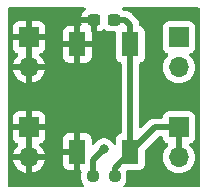
<source format=gtl>
%TF.GenerationSoftware,KiCad,Pcbnew,7.0.9*%
%TF.CreationDate,2023-11-30T13:54:46-08:00*%
%TF.ProjectId,Button-Board,42757474-6f6e-42d4-926f-6172642e6b69,rev?*%
%TF.SameCoordinates,Original*%
%TF.FileFunction,Copper,L1,Top*%
%TF.FilePolarity,Positive*%
%FSLAX46Y46*%
G04 Gerber Fmt 4.6, Leading zero omitted, Abs format (unit mm)*
G04 Created by KiCad (PCBNEW 7.0.9) date 2023-11-30 13:54:46*
%MOMM*%
%LPD*%
G01*
G04 APERTURE LIST*
G04 Aperture macros list*
%AMRoundRect*
0 Rectangle with rounded corners*
0 $1 Rounding radius*
0 $2 $3 $4 $5 $6 $7 $8 $9 X,Y pos of 4 corners*
0 Add a 4 corners polygon primitive as box body*
4,1,4,$2,$3,$4,$5,$6,$7,$8,$9,$2,$3,0*
0 Add four circle primitives for the rounded corners*
1,1,$1+$1,$2,$3*
1,1,$1+$1,$4,$5*
1,1,$1+$1,$6,$7*
1,1,$1+$1,$8,$9*
0 Add four rect primitives between the rounded corners*
20,1,$1+$1,$2,$3,$4,$5,0*
20,1,$1+$1,$4,$5,$6,$7,0*
20,1,$1+$1,$6,$7,$8,$9,0*
20,1,$1+$1,$8,$9,$2,$3,0*%
G04 Aperture macros list end*
%TA.AperFunction,SMDPad,CuDef*%
%ADD10R,1.400000X2.100000*%
%TD*%
%TA.AperFunction,SMDPad,CuDef*%
%ADD11RoundRect,0.237500X-0.250000X-0.237500X0.250000X-0.237500X0.250000X0.237500X-0.250000X0.237500X0*%
%TD*%
%TA.AperFunction,SMDPad,CuDef*%
%ADD12RoundRect,0.237500X0.300000X0.237500X-0.300000X0.237500X-0.300000X-0.237500X0.300000X-0.237500X0*%
%TD*%
%TA.AperFunction,ComponentPad*%
%ADD13R,1.700000X1.700000*%
%TD*%
%TA.AperFunction,ComponentPad*%
%ADD14O,1.700000X1.700000*%
%TD*%
%TA.AperFunction,ViaPad*%
%ADD15C,0.800000*%
%TD*%
%TA.AperFunction,Conductor*%
%ADD16C,0.500000*%
%TD*%
G04 APERTURE END LIST*
D10*
%TO.P,SW1,1*%
%TO.N,GND*%
X80300000Y-60479000D03*
X80300000Y-51379000D03*
%TO.P,SW1,2*%
%TO.N,/OUT*%
X84800000Y-60479000D03*
X84800000Y-51379000D03*
%TD*%
D11*
%TO.P,R1,1*%
%TO.N,VCC*%
X81637500Y-62533000D03*
%TO.P,R1,2*%
%TO.N,/OUT*%
X83462500Y-62533000D03*
%TD*%
D12*
%TO.P,C1,1*%
%TO.N,/OUT*%
X83412500Y-49325000D03*
%TO.P,C1,2*%
%TO.N,GND*%
X81687500Y-49325000D03*
%TD*%
D13*
%TO.P,J2,1,Pin_1*%
%TO.N,VCC*%
X88900000Y-50800000D03*
D14*
%TO.P,J2,2,Pin_2*%
X88900000Y-53340000D03*
%TD*%
D13*
%TO.P,J3,1,Pin_1*%
%TO.N,GND*%
X76200000Y-58420000D03*
D14*
%TO.P,J3,2,Pin_2*%
X76200000Y-60960000D03*
%TD*%
D13*
%TO.P,J4,1,Pin_1*%
%TO.N,/OUT*%
X88900000Y-58420000D03*
D14*
%TO.P,J4,2,Pin_2*%
X88900000Y-60960000D03*
%TD*%
D13*
%TO.P,J1,1,Pin_1*%
%TO.N,GND*%
X76200000Y-50800000D03*
D14*
%TO.P,J1,2,Pin_2*%
X76200000Y-53340000D03*
%TD*%
D15*
%TO.N,GND*%
X87630000Y-55880000D03*
X88900000Y-55880000D03*
X86360000Y-62230000D03*
X86106000Y-49276000D03*
%TO.N,VCC*%
X82550000Y-60247000D03*
%TD*%
D16*
%TO.N,/OUT*%
X84377000Y-49325000D02*
X83412500Y-49325000D01*
X84800000Y-49748000D02*
X84377000Y-49325000D01*
X83462500Y-62533000D02*
X83462500Y-61816500D01*
X83462500Y-61816500D02*
X84800000Y-60479000D01*
X84800000Y-51379000D02*
X84800000Y-49748000D01*
X84800000Y-51379000D02*
X84800000Y-60479000D01*
X88900000Y-60960000D02*
X88900000Y-58420000D01*
X84800000Y-60479000D02*
X86859000Y-58420000D01*
X86859000Y-58420000D02*
X88900000Y-58420000D01*
%TO.N,GND*%
X76200000Y-50800000D02*
X76200000Y-53340000D01*
X76200000Y-58420000D02*
X76200000Y-60960000D01*
X80278000Y-51357000D02*
X80300000Y-51379000D01*
X76200000Y-53340000D02*
X76200000Y-58420000D01*
X81687500Y-49325000D02*
X80541000Y-49325000D01*
X80300000Y-49566000D02*
X80300000Y-51379000D01*
X80541000Y-49325000D02*
X80300000Y-49566000D01*
%TO.N,VCC*%
X81637500Y-62533000D02*
X81637500Y-61159500D01*
X81637500Y-61159500D02*
X82550000Y-60247000D01*
%TD*%
%TA.AperFunction,Conductor*%
%TO.N,GND*%
G36*
X76450000Y-60524498D02*
G01*
X76342315Y-60475320D01*
X76235763Y-60460000D01*
X76164237Y-60460000D01*
X76057685Y-60475320D01*
X75950000Y-60524498D01*
X75950000Y-58855501D01*
X76057685Y-58904680D01*
X76164237Y-58920000D01*
X76235763Y-58920000D01*
X76342315Y-58904680D01*
X76450000Y-58855501D01*
X76450000Y-60524498D01*
G37*
%TD.AperFunction*%
%TA.AperFunction,Conductor*%
G36*
X76450000Y-52904498D02*
G01*
X76342315Y-52855320D01*
X76235763Y-52840000D01*
X76164237Y-52840000D01*
X76057685Y-52855320D01*
X75950000Y-52904498D01*
X75950000Y-51235501D01*
X76057685Y-51284680D01*
X76164237Y-51300000D01*
X76235763Y-51300000D01*
X76342315Y-51284680D01*
X76450000Y-51235501D01*
X76450000Y-52904498D01*
G37*
%TD.AperFunction*%
%TA.AperFunction,Conductor*%
G36*
X80953249Y-48280185D02*
G01*
X80999004Y-48332989D01*
X81008948Y-48402147D01*
X80979923Y-48465703D01*
X80951308Y-48490038D01*
X80926962Y-48505054D01*
X80805055Y-48626961D01*
X80805052Y-48626965D01*
X80714551Y-48773688D01*
X80714546Y-48773699D01*
X80660319Y-48937347D01*
X80650000Y-49038345D01*
X80650000Y-49075000D01*
X81813500Y-49075000D01*
X81880539Y-49094685D01*
X81926294Y-49147489D01*
X81937500Y-49199000D01*
X81937500Y-50299999D01*
X82036640Y-50299999D01*
X82036654Y-50299998D01*
X82137652Y-50289680D01*
X82301300Y-50235453D01*
X82301311Y-50235448D01*
X82448035Y-50144947D01*
X82461960Y-50131021D01*
X82523282Y-50097533D01*
X82592973Y-50102514D01*
X82637327Y-50131017D01*
X82651650Y-50145340D01*
X82798484Y-50235908D01*
X82962247Y-50290174D01*
X83063323Y-50300500D01*
X83475500Y-50300499D01*
X83542539Y-50320183D01*
X83588294Y-50372987D01*
X83599500Y-50424499D01*
X83599500Y-52476870D01*
X83599501Y-52476876D01*
X83605908Y-52536483D01*
X83656202Y-52671328D01*
X83656206Y-52671335D01*
X83742452Y-52786544D01*
X83742455Y-52786547D01*
X83857664Y-52872793D01*
X83857673Y-52872798D01*
X83968832Y-52914257D01*
X84024766Y-52956127D01*
X84049184Y-53021592D01*
X84049500Y-53030439D01*
X84049500Y-58827560D01*
X84029815Y-58894599D01*
X83977011Y-58940354D01*
X83968833Y-58943742D01*
X83857671Y-58985202D01*
X83857664Y-58985206D01*
X83742455Y-59071452D01*
X83742452Y-59071455D01*
X83656206Y-59186664D01*
X83656202Y-59186671D01*
X83605908Y-59321517D01*
X83599501Y-59381116D01*
X83599500Y-59381135D01*
X83599500Y-59801013D01*
X83579815Y-59868052D01*
X83527011Y-59913807D01*
X83457853Y-59923751D01*
X83394297Y-59894726D01*
X83368113Y-59863013D01*
X83332317Y-59801013D01*
X83282533Y-59714784D01*
X83155871Y-59574112D01*
X83155870Y-59574111D01*
X83002734Y-59462851D01*
X83002729Y-59462848D01*
X82829807Y-59385857D01*
X82829802Y-59385855D01*
X82684001Y-59354865D01*
X82644646Y-59346500D01*
X82455354Y-59346500D01*
X82422897Y-59353398D01*
X82270197Y-59385855D01*
X82270192Y-59385857D01*
X82097270Y-59462848D01*
X82097265Y-59462851D01*
X81944129Y-59574111D01*
X81817466Y-59714785D01*
X81731387Y-59863879D01*
X81680820Y-59912094D01*
X81612213Y-59925318D01*
X81547348Y-59899350D01*
X81506820Y-59842436D01*
X81500000Y-59801879D01*
X81500000Y-59381172D01*
X81499999Y-59381155D01*
X81493598Y-59321627D01*
X81493596Y-59321620D01*
X81443354Y-59186913D01*
X81443350Y-59186906D01*
X81357190Y-59071812D01*
X81357187Y-59071809D01*
X81242093Y-58985649D01*
X81242086Y-58985645D01*
X81107379Y-58935403D01*
X81107372Y-58935401D01*
X81047844Y-58929000D01*
X80550000Y-58929000D01*
X80550000Y-62029000D01*
X80556489Y-62035489D01*
X80601427Y-62048685D01*
X80647182Y-62101489D01*
X80657746Y-62165602D01*
X80649500Y-62246313D01*
X80649500Y-62819669D01*
X80649501Y-62819687D01*
X80659825Y-62920752D01*
X80714092Y-63084515D01*
X80714093Y-63084518D01*
X80804661Y-63231351D01*
X80861129Y-63287819D01*
X80894614Y-63349142D01*
X80889630Y-63418834D01*
X80847758Y-63474767D01*
X80782294Y-63499184D01*
X80773448Y-63499500D01*
X74546500Y-63499500D01*
X74479461Y-63479815D01*
X74433706Y-63427011D01*
X74422500Y-63375500D01*
X74422500Y-59317844D01*
X74850000Y-59317844D01*
X74856401Y-59377372D01*
X74856403Y-59377379D01*
X74906645Y-59512086D01*
X74906649Y-59512093D01*
X74992809Y-59627187D01*
X74992812Y-59627190D01*
X75107906Y-59713350D01*
X75107913Y-59713354D01*
X75239986Y-59762614D01*
X75295920Y-59804485D01*
X75320337Y-59869949D01*
X75305486Y-59938222D01*
X75284335Y-59966477D01*
X75161886Y-60088926D01*
X75026400Y-60282420D01*
X75026399Y-60282422D01*
X74926570Y-60496507D01*
X74926567Y-60496513D01*
X74869364Y-60709999D01*
X74869364Y-60710000D01*
X75766314Y-60710000D01*
X75740507Y-60750156D01*
X75700000Y-60888111D01*
X75700000Y-61031889D01*
X75740507Y-61169844D01*
X75766314Y-61210000D01*
X74869364Y-61210000D01*
X74926567Y-61423486D01*
X74926570Y-61423492D01*
X75026399Y-61637578D01*
X75161894Y-61831082D01*
X75328917Y-61998105D01*
X75522421Y-62133600D01*
X75736507Y-62233429D01*
X75736516Y-62233433D01*
X75950000Y-62290634D01*
X75950000Y-61395501D01*
X76057685Y-61444680D01*
X76164237Y-61460000D01*
X76235763Y-61460000D01*
X76342315Y-61444680D01*
X76450000Y-61395501D01*
X76450000Y-62290633D01*
X76663483Y-62233433D01*
X76663492Y-62233429D01*
X76877578Y-62133600D01*
X77071082Y-61998105D01*
X77238105Y-61831082D01*
X77373600Y-61637578D01*
X77473429Y-61423492D01*
X77473432Y-61423486D01*
X77530636Y-61210000D01*
X76633686Y-61210000D01*
X76659493Y-61169844D01*
X76700000Y-61031889D01*
X76700000Y-60888111D01*
X76659493Y-60750156D01*
X76645897Y-60729000D01*
X79100000Y-60729000D01*
X79100000Y-61576844D01*
X79106401Y-61636372D01*
X79106403Y-61636379D01*
X79156645Y-61771086D01*
X79156649Y-61771093D01*
X79242809Y-61886187D01*
X79242812Y-61886190D01*
X79357906Y-61972350D01*
X79357913Y-61972354D01*
X79492620Y-62022596D01*
X79492627Y-62022598D01*
X79552155Y-62028999D01*
X79552172Y-62029000D01*
X80050000Y-62029000D01*
X80050000Y-60729000D01*
X79100000Y-60729000D01*
X76645897Y-60729000D01*
X76633686Y-60710000D01*
X77530636Y-60710000D01*
X77530635Y-60709999D01*
X77473432Y-60496513D01*
X77473429Y-60496507D01*
X77373600Y-60282422D01*
X77373599Y-60282420D01*
X77336194Y-60229000D01*
X79100000Y-60229000D01*
X80050000Y-60229000D01*
X80050000Y-58929000D01*
X79552155Y-58929000D01*
X79492627Y-58935401D01*
X79492620Y-58935403D01*
X79357913Y-58985645D01*
X79357906Y-58985649D01*
X79242812Y-59071809D01*
X79242809Y-59071812D01*
X79156649Y-59186906D01*
X79156645Y-59186913D01*
X79106403Y-59321620D01*
X79106401Y-59321627D01*
X79100000Y-59381155D01*
X79100000Y-60229000D01*
X77336194Y-60229000D01*
X77238113Y-60088926D01*
X77238108Y-60088920D01*
X77115665Y-59966477D01*
X77082180Y-59905154D01*
X77087164Y-59835462D01*
X77129036Y-59779529D01*
X77160013Y-59762614D01*
X77292086Y-59713354D01*
X77292093Y-59713350D01*
X77407187Y-59627190D01*
X77407190Y-59627187D01*
X77493350Y-59512093D01*
X77493354Y-59512086D01*
X77543596Y-59377379D01*
X77543598Y-59377372D01*
X77549999Y-59317844D01*
X77550000Y-59317827D01*
X77550000Y-58670000D01*
X76633686Y-58670000D01*
X76659493Y-58629844D01*
X76700000Y-58491889D01*
X76700000Y-58348111D01*
X76659493Y-58210156D01*
X76633686Y-58170000D01*
X77550000Y-58170000D01*
X77550000Y-57522172D01*
X77549999Y-57522155D01*
X77543598Y-57462627D01*
X77543596Y-57462620D01*
X77493354Y-57327913D01*
X77493350Y-57327906D01*
X77407190Y-57212812D01*
X77407187Y-57212809D01*
X77292093Y-57126649D01*
X77292086Y-57126645D01*
X77157379Y-57076403D01*
X77157372Y-57076401D01*
X77097844Y-57070000D01*
X76450000Y-57070000D01*
X76450000Y-57984498D01*
X76342315Y-57935320D01*
X76235763Y-57920000D01*
X76164237Y-57920000D01*
X76057685Y-57935320D01*
X75950000Y-57984498D01*
X75950000Y-57070000D01*
X75302155Y-57070000D01*
X75242627Y-57076401D01*
X75242620Y-57076403D01*
X75107913Y-57126645D01*
X75107906Y-57126649D01*
X74992812Y-57212809D01*
X74992809Y-57212812D01*
X74906649Y-57327906D01*
X74906645Y-57327913D01*
X74856403Y-57462620D01*
X74856401Y-57462627D01*
X74850000Y-57522155D01*
X74850000Y-58170000D01*
X75766314Y-58170000D01*
X75740507Y-58210156D01*
X75700000Y-58348111D01*
X75700000Y-58491889D01*
X75740507Y-58629844D01*
X75766314Y-58670000D01*
X74850000Y-58670000D01*
X74850000Y-59317844D01*
X74422500Y-59317844D01*
X74422500Y-51697844D01*
X74850000Y-51697844D01*
X74856401Y-51757372D01*
X74856403Y-51757379D01*
X74906645Y-51892086D01*
X74906649Y-51892093D01*
X74992809Y-52007187D01*
X74992812Y-52007190D01*
X75107906Y-52093350D01*
X75107913Y-52093354D01*
X75239986Y-52142614D01*
X75295920Y-52184485D01*
X75320337Y-52249949D01*
X75305486Y-52318222D01*
X75284335Y-52346477D01*
X75161886Y-52468926D01*
X75026400Y-52662420D01*
X75026399Y-52662422D01*
X74926570Y-52876507D01*
X74926567Y-52876513D01*
X74869364Y-53089999D01*
X74869364Y-53090000D01*
X75766314Y-53090000D01*
X75740507Y-53130156D01*
X75700000Y-53268111D01*
X75700000Y-53411889D01*
X75740507Y-53549844D01*
X75766314Y-53590000D01*
X74869364Y-53590000D01*
X74926567Y-53803486D01*
X74926570Y-53803492D01*
X75026399Y-54017578D01*
X75161894Y-54211082D01*
X75328917Y-54378105D01*
X75522421Y-54513600D01*
X75736507Y-54613429D01*
X75736516Y-54613433D01*
X75950000Y-54670634D01*
X75950000Y-53775501D01*
X76057685Y-53824680D01*
X76164237Y-53840000D01*
X76235763Y-53840000D01*
X76342315Y-53824680D01*
X76450000Y-53775501D01*
X76450000Y-54670633D01*
X76663483Y-54613433D01*
X76663492Y-54613429D01*
X76877578Y-54513600D01*
X77071082Y-54378105D01*
X77238105Y-54211082D01*
X77373600Y-54017578D01*
X77473429Y-53803492D01*
X77473432Y-53803486D01*
X77530636Y-53590000D01*
X76633686Y-53590000D01*
X76659493Y-53549844D01*
X76700000Y-53411889D01*
X76700000Y-53268111D01*
X76659493Y-53130156D01*
X76633686Y-53090000D01*
X77530636Y-53090000D01*
X77530635Y-53089999D01*
X77473432Y-52876513D01*
X77473429Y-52876507D01*
X77373600Y-52662422D01*
X77373599Y-52662420D01*
X77238113Y-52468926D01*
X77238108Y-52468920D01*
X77115665Y-52346477D01*
X77082180Y-52285154D01*
X77087164Y-52215462D01*
X77129036Y-52159529D01*
X77160013Y-52142614D01*
X77292086Y-52093354D01*
X77292093Y-52093350D01*
X77407187Y-52007190D01*
X77407190Y-52007187D01*
X77493350Y-51892093D01*
X77493354Y-51892086D01*
X77543596Y-51757379D01*
X77543598Y-51757372D01*
X77549999Y-51697844D01*
X77550000Y-51697827D01*
X77550000Y-51629000D01*
X79100000Y-51629000D01*
X79100000Y-52476844D01*
X79106401Y-52536372D01*
X79106403Y-52536379D01*
X79156645Y-52671086D01*
X79156649Y-52671093D01*
X79242809Y-52786187D01*
X79242812Y-52786190D01*
X79357906Y-52872350D01*
X79357913Y-52872354D01*
X79492620Y-52922596D01*
X79492627Y-52922598D01*
X79552155Y-52928999D01*
X79552172Y-52929000D01*
X80050000Y-52929000D01*
X80050000Y-51629000D01*
X80550000Y-51629000D01*
X80550000Y-52929000D01*
X81047828Y-52929000D01*
X81047844Y-52928999D01*
X81107372Y-52922598D01*
X81107379Y-52922596D01*
X81242086Y-52872354D01*
X81242093Y-52872350D01*
X81357187Y-52786190D01*
X81357190Y-52786187D01*
X81443350Y-52671093D01*
X81443354Y-52671086D01*
X81493596Y-52536379D01*
X81493598Y-52536372D01*
X81499999Y-52476844D01*
X81500000Y-52476827D01*
X81500000Y-51629000D01*
X80550000Y-51629000D01*
X80050000Y-51629000D01*
X79100000Y-51629000D01*
X77550000Y-51629000D01*
X77550000Y-51129000D01*
X79100000Y-51129000D01*
X80050000Y-51129000D01*
X80550000Y-51129000D01*
X81500000Y-51129000D01*
X81500000Y-50340000D01*
X81473819Y-50313819D01*
X81440334Y-50252496D01*
X81437500Y-50226138D01*
X81437500Y-49575000D01*
X80650001Y-49575000D01*
X80650001Y-49611654D01*
X80658250Y-49692398D01*
X80645480Y-49761091D01*
X80597600Y-49811976D01*
X80555629Y-49823370D01*
X80550000Y-49829000D01*
X80550000Y-51129000D01*
X80050000Y-51129000D01*
X80050000Y-49829000D01*
X79552155Y-49829000D01*
X79492627Y-49835401D01*
X79492620Y-49835403D01*
X79357913Y-49885645D01*
X79357906Y-49885649D01*
X79242812Y-49971809D01*
X79242809Y-49971812D01*
X79156649Y-50086906D01*
X79156645Y-50086913D01*
X79106403Y-50221620D01*
X79106401Y-50221627D01*
X79100000Y-50281155D01*
X79100000Y-51129000D01*
X77550000Y-51129000D01*
X77550000Y-51050000D01*
X76633686Y-51050000D01*
X76659493Y-51009844D01*
X76700000Y-50871889D01*
X76700000Y-50728111D01*
X76659493Y-50590156D01*
X76633686Y-50550000D01*
X77550000Y-50550000D01*
X77550000Y-49902172D01*
X77549999Y-49902155D01*
X77543598Y-49842627D01*
X77543596Y-49842620D01*
X77493354Y-49707913D01*
X77493350Y-49707906D01*
X77407190Y-49592812D01*
X77407187Y-49592809D01*
X77292093Y-49506649D01*
X77292086Y-49506645D01*
X77157379Y-49456403D01*
X77157372Y-49456401D01*
X77097844Y-49450000D01*
X76450000Y-49450000D01*
X76450000Y-50364498D01*
X76342315Y-50315320D01*
X76235763Y-50300000D01*
X76164237Y-50300000D01*
X76057685Y-50315320D01*
X75950000Y-50364498D01*
X75950000Y-49450000D01*
X75302155Y-49450000D01*
X75242627Y-49456401D01*
X75242620Y-49456403D01*
X75107913Y-49506645D01*
X75107906Y-49506649D01*
X74992812Y-49592809D01*
X74992809Y-49592812D01*
X74906649Y-49707906D01*
X74906645Y-49707913D01*
X74856403Y-49842620D01*
X74856401Y-49842627D01*
X74850000Y-49902155D01*
X74850000Y-50550000D01*
X75766314Y-50550000D01*
X75740507Y-50590156D01*
X75700000Y-50728111D01*
X75700000Y-50871889D01*
X75740507Y-51009844D01*
X75766314Y-51050000D01*
X74850000Y-51050000D01*
X74850000Y-51697844D01*
X74422500Y-51697844D01*
X74422500Y-48384500D01*
X74442185Y-48317461D01*
X74494989Y-48271706D01*
X74546500Y-48260500D01*
X80886210Y-48260500D01*
X80953249Y-48280185D01*
G37*
%TD.AperFunction*%
%TA.AperFunction,Conductor*%
G36*
X90620539Y-48280185D02*
G01*
X90666294Y-48332989D01*
X90677500Y-48384500D01*
X90677500Y-63375500D01*
X90657815Y-63442539D01*
X90605011Y-63488294D01*
X90553500Y-63499500D01*
X84326552Y-63499500D01*
X84259513Y-63479815D01*
X84213758Y-63427011D01*
X84203814Y-63357853D01*
X84232839Y-63294297D01*
X84238871Y-63287819D01*
X84295340Y-63231350D01*
X84385908Y-63084516D01*
X84440174Y-62920753D01*
X84450500Y-62819677D01*
X84450499Y-62246324D01*
X84442304Y-62166100D01*
X84455074Y-62097408D01*
X84502954Y-62046523D01*
X84565662Y-62029499D01*
X85547871Y-62029499D01*
X85547872Y-62029499D01*
X85607483Y-62023091D01*
X85742331Y-61972796D01*
X85857546Y-61886546D01*
X85943796Y-61771331D01*
X85994091Y-61636483D01*
X86000500Y-61576873D01*
X86000499Y-60391228D01*
X86020184Y-60324190D01*
X86036813Y-60303553D01*
X87133549Y-59206819D01*
X87194872Y-59173334D01*
X87221230Y-59170500D01*
X87425501Y-59170500D01*
X87492540Y-59190185D01*
X87538295Y-59242989D01*
X87549501Y-59294500D01*
X87549501Y-59317876D01*
X87555908Y-59377483D01*
X87606202Y-59512328D01*
X87606206Y-59512335D01*
X87692452Y-59627544D01*
X87692455Y-59627547D01*
X87807664Y-59713793D01*
X87807671Y-59713797D01*
X87939082Y-59762810D01*
X87995016Y-59804681D01*
X88019433Y-59870145D01*
X88004582Y-59938418D01*
X87983430Y-59966673D01*
X87861505Y-60088597D01*
X87725965Y-60282169D01*
X87725964Y-60282171D01*
X87626098Y-60496335D01*
X87626094Y-60496344D01*
X87564938Y-60724586D01*
X87564936Y-60724596D01*
X87544341Y-60959999D01*
X87544341Y-60960000D01*
X87564936Y-61195403D01*
X87564938Y-61195413D01*
X87626094Y-61423655D01*
X87626096Y-61423659D01*
X87626097Y-61423663D01*
X87725285Y-61636372D01*
X87725965Y-61637830D01*
X87725967Y-61637834D01*
X87789648Y-61728779D01*
X87861505Y-61831401D01*
X88028599Y-61998495D01*
X88081432Y-62035489D01*
X88222165Y-62134032D01*
X88222167Y-62134033D01*
X88222170Y-62134035D01*
X88436337Y-62233903D01*
X88664592Y-62295063D01*
X88852918Y-62311539D01*
X88899999Y-62315659D01*
X88900000Y-62315659D01*
X88900001Y-62315659D01*
X88939234Y-62312226D01*
X89135408Y-62295063D01*
X89363663Y-62233903D01*
X89577830Y-62134035D01*
X89771401Y-61998495D01*
X89938495Y-61831401D01*
X90074035Y-61637830D01*
X90173903Y-61423663D01*
X90235063Y-61195408D01*
X90255659Y-60960000D01*
X90235063Y-60724592D01*
X90173903Y-60496337D01*
X90074035Y-60282171D01*
X90036804Y-60229000D01*
X89938496Y-60088600D01*
X89908640Y-60058744D01*
X89816567Y-59966671D01*
X89783084Y-59905351D01*
X89788068Y-59835659D01*
X89829939Y-59779725D01*
X89860915Y-59762810D01*
X89992331Y-59713796D01*
X90107546Y-59627546D01*
X90193796Y-59512331D01*
X90244091Y-59377483D01*
X90250500Y-59317873D01*
X90250499Y-57522128D01*
X90244091Y-57462517D01*
X90193884Y-57327906D01*
X90193797Y-57327671D01*
X90193793Y-57327664D01*
X90107547Y-57212455D01*
X90107544Y-57212452D01*
X89992335Y-57126206D01*
X89992328Y-57126202D01*
X89857482Y-57075908D01*
X89857483Y-57075908D01*
X89797883Y-57069501D01*
X89797881Y-57069500D01*
X89797873Y-57069500D01*
X89797864Y-57069500D01*
X88002129Y-57069500D01*
X88002123Y-57069501D01*
X87942516Y-57075908D01*
X87807671Y-57126202D01*
X87807664Y-57126206D01*
X87692455Y-57212452D01*
X87692452Y-57212455D01*
X87606206Y-57327664D01*
X87606202Y-57327671D01*
X87555908Y-57462517D01*
X87549501Y-57522116D01*
X87549501Y-57522123D01*
X87549500Y-57522135D01*
X87549500Y-57545500D01*
X87529815Y-57612539D01*
X87477011Y-57658294D01*
X87425500Y-57669500D01*
X86922705Y-57669500D01*
X86904735Y-57668191D01*
X86880972Y-57664710D01*
X86835533Y-57668686D01*
X86828931Y-57669264D01*
X86823530Y-57669500D01*
X86815289Y-57669500D01*
X86793579Y-57672037D01*
X86782724Y-57673306D01*
X86767419Y-57674645D01*
X86706199Y-57680001D01*
X86699132Y-57681460D01*
X86699120Y-57681404D01*
X86691763Y-57683035D01*
X86691777Y-57683092D01*
X86684743Y-57684759D01*
X86612575Y-57711025D01*
X86539675Y-57735181D01*
X86533126Y-57738236D01*
X86533101Y-57738183D01*
X86526308Y-57741471D01*
X86526334Y-57741523D01*
X86519880Y-57744764D01*
X86455708Y-57786971D01*
X86390347Y-57827285D01*
X86384683Y-57831765D01*
X86384647Y-57831719D01*
X86378798Y-57836484D01*
X86378835Y-57836528D01*
X86373310Y-57841164D01*
X86320597Y-57897035D01*
X85762181Y-58455451D01*
X85700858Y-58488936D01*
X85631166Y-58483952D01*
X85575233Y-58442080D01*
X85550816Y-58376616D01*
X85550500Y-58367770D01*
X85550500Y-53340000D01*
X87544341Y-53340000D01*
X87564936Y-53575403D01*
X87564938Y-53575413D01*
X87626094Y-53803655D01*
X87626096Y-53803659D01*
X87626097Y-53803663D01*
X87725847Y-54017578D01*
X87725965Y-54017830D01*
X87725967Y-54017834D01*
X87834281Y-54172521D01*
X87861505Y-54211401D01*
X88028599Y-54378495D01*
X88125384Y-54446265D01*
X88222165Y-54514032D01*
X88222167Y-54514033D01*
X88222170Y-54514035D01*
X88436337Y-54613903D01*
X88664592Y-54675063D01*
X88852918Y-54691539D01*
X88899999Y-54695659D01*
X88900000Y-54695659D01*
X88900001Y-54695659D01*
X88939234Y-54692226D01*
X89135408Y-54675063D01*
X89363663Y-54613903D01*
X89577830Y-54514035D01*
X89771401Y-54378495D01*
X89938495Y-54211401D01*
X90074035Y-54017830D01*
X90173903Y-53803663D01*
X90235063Y-53575408D01*
X90255659Y-53340000D01*
X90235063Y-53104592D01*
X90173903Y-52876337D01*
X90074035Y-52662171D01*
X89944295Y-52476883D01*
X89938496Y-52468600D01*
X89938495Y-52468599D01*
X89816567Y-52346671D01*
X89783084Y-52285351D01*
X89788068Y-52215659D01*
X89829939Y-52159725D01*
X89860915Y-52142810D01*
X89992331Y-52093796D01*
X90107546Y-52007546D01*
X90193796Y-51892331D01*
X90244091Y-51757483D01*
X90250500Y-51697873D01*
X90250499Y-49902128D01*
X90244091Y-49842517D01*
X90241253Y-49834909D01*
X90193797Y-49707671D01*
X90193793Y-49707664D01*
X90107547Y-49592455D01*
X90107544Y-49592452D01*
X89992335Y-49506206D01*
X89992328Y-49506202D01*
X89857482Y-49455908D01*
X89857483Y-49455908D01*
X89797883Y-49449501D01*
X89797881Y-49449500D01*
X89797873Y-49449500D01*
X89797864Y-49449500D01*
X88002129Y-49449500D01*
X88002123Y-49449501D01*
X87942516Y-49455908D01*
X87807671Y-49506202D01*
X87807664Y-49506206D01*
X87692455Y-49592452D01*
X87692452Y-49592455D01*
X87606206Y-49707664D01*
X87606202Y-49707671D01*
X87555908Y-49842517D01*
X87549501Y-49902116D01*
X87549501Y-49902123D01*
X87549500Y-49902135D01*
X87549500Y-51697870D01*
X87549501Y-51697876D01*
X87555908Y-51757483D01*
X87606202Y-51892328D01*
X87606206Y-51892335D01*
X87692452Y-52007544D01*
X87692455Y-52007547D01*
X87807664Y-52093793D01*
X87807671Y-52093797D01*
X87939081Y-52142810D01*
X87995015Y-52184681D01*
X88019432Y-52250145D01*
X88004580Y-52318418D01*
X87983430Y-52346673D01*
X87861503Y-52468600D01*
X87725965Y-52662169D01*
X87725964Y-52662171D01*
X87626098Y-52876335D01*
X87626094Y-52876344D01*
X87564938Y-53104586D01*
X87564936Y-53104596D01*
X87544341Y-53339999D01*
X87544341Y-53340000D01*
X85550500Y-53340000D01*
X85550500Y-53030439D01*
X85570185Y-52963400D01*
X85622989Y-52917645D01*
X85631168Y-52914257D01*
X85742326Y-52872798D01*
X85742326Y-52872797D01*
X85742331Y-52872796D01*
X85857546Y-52786546D01*
X85943796Y-52671331D01*
X85994091Y-52536483D01*
X86000500Y-52476873D01*
X86000499Y-50281128D01*
X85994091Y-50221517D01*
X85965532Y-50144947D01*
X85943797Y-50086671D01*
X85943793Y-50086664D01*
X85857547Y-49971455D01*
X85857544Y-49971452D01*
X85742335Y-49885206D01*
X85742328Y-49885202D01*
X85632771Y-49844340D01*
X85576837Y-49802469D01*
X85552576Y-49738966D01*
X85550736Y-49717939D01*
X85550500Y-49712532D01*
X85550500Y-49704297D01*
X85550500Y-49704291D01*
X85546691Y-49671707D01*
X85539998Y-49595202D01*
X85539996Y-49595197D01*
X85538538Y-49588133D01*
X85538597Y-49588120D01*
X85536967Y-49580764D01*
X85536908Y-49580779D01*
X85535242Y-49573753D01*
X85535241Y-49573745D01*
X85508973Y-49501573D01*
X85484815Y-49428666D01*
X85481763Y-49422121D01*
X85481817Y-49422095D01*
X85478533Y-49415312D01*
X85478480Y-49415340D01*
X85475238Y-49408886D01*
X85475237Y-49408883D01*
X85433038Y-49344723D01*
X85392712Y-49279344D01*
X85392711Y-49279343D01*
X85392710Y-49279341D01*
X85388234Y-49273681D01*
X85388280Y-49273643D01*
X85383519Y-49267799D01*
X85383474Y-49267838D01*
X85378834Y-49262308D01*
X85322982Y-49209613D01*
X84952729Y-48839361D01*
X84940949Y-48825730D01*
X84933482Y-48815701D01*
X84926612Y-48806472D01*
X84887555Y-48773699D01*
X84886587Y-48772886D01*
X84882612Y-48769244D01*
X84879690Y-48766322D01*
X84876780Y-48763411D01*
X84851040Y-48743059D01*
X84792209Y-48693694D01*
X84786180Y-48689729D01*
X84786212Y-48689680D01*
X84779853Y-48685628D01*
X84779822Y-48685679D01*
X84773680Y-48681891D01*
X84773678Y-48681890D01*
X84773677Y-48681889D01*
X84734474Y-48663608D01*
X84704058Y-48649424D01*
X84658710Y-48626650D01*
X84635433Y-48614960D01*
X84635431Y-48614959D01*
X84635430Y-48614959D01*
X84628645Y-48612489D01*
X84628665Y-48612433D01*
X84621549Y-48609959D01*
X84621531Y-48610015D01*
X84614671Y-48607742D01*
X84586841Y-48601996D01*
X84539434Y-48592207D01*
X84490472Y-48580603D01*
X84464719Y-48574499D01*
X84457547Y-48573661D01*
X84457553Y-48573601D01*
X84450055Y-48572835D01*
X84450050Y-48572895D01*
X84442860Y-48572265D01*
X84366083Y-48574500D01*
X84294552Y-48574500D01*
X84227513Y-48554815D01*
X84206871Y-48538181D01*
X84173350Y-48504660D01*
X84173346Y-48504657D01*
X84149645Y-48490038D01*
X84102920Y-48438090D01*
X84091699Y-48369128D01*
X84119542Y-48305046D01*
X84177611Y-48266190D01*
X84214742Y-48260500D01*
X90553500Y-48260500D01*
X90620539Y-48280185D01*
G37*
%TD.AperFunction*%
%TD*%
M02*

</source>
